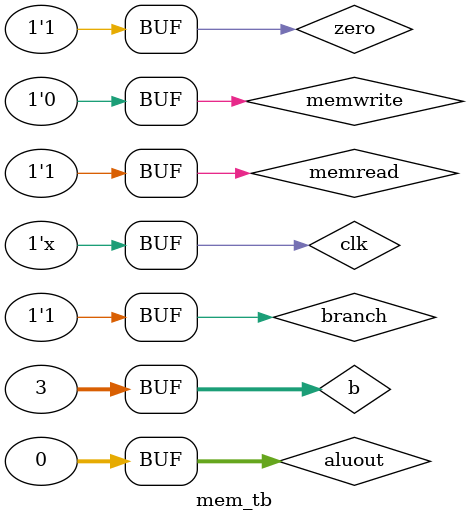
<source format=v>
module Mem_Stage
(
input clk,

input EXMEM_M_MemWrite,
input EXMEM_M_MemRead,
input EXMEM_M_Branch,
input EXEMEM_M_BranchNotEqual,

input EXMEM_zero,
input [31:0] EXMEM_ALUOut , 
input [31:0]EXMEM_B,
//newly added
input EXMEM_WB_MemToReg,
input EXMEM_WB_RegWrite,
input [4:0] EXMEM_Rt,

output MEMWB_WB_MemToReg,
output MEMWB_WB_RegWrite,
output [4:0] MemWB_Rt,
output [31:0] MemWB_ALUOut,
//--
output [31:0] MemWB_readData,
output PCSrc
);

/*initial
begin
  PCSrc = 0;
end*/
 //assign PCSrc = EXMEM_zero & EXMEM_M_Branch;
and b(b1,EXMEM_zero,EXMEM_M_Branch);
and bn(b2,~EXMEM_zero,EXEMEM_M_BranchNotEqual);
or(PCSrc,b1,b2);

Data_Memory dm(.clk(clk),.addr(EXMEM_ALUOut),.rd_en(EXMEM_M_MemRead),.out(MemWB_readData),.wr_en(EXMEM_M_MemWrite),.wr_data(EXMEM_B));

assign MEMWB_WB_MemToReg = EXMEM_WB_MemToReg;
assign MEMWB_WB_RegWrite = EXMEM_WB_RegWrite;
assign MemWB_Rt = EXMEM_Rt;
assign MemWB_ALUOut = EXMEM_ALUOut;

endmodule

module mem_tb();
  reg clk;
  reg memwrite;
  reg memread;
  reg branch;
  reg zero;
  reg [31:0]aluout;
  reg [31:0] b;
  wire pcsrc;
  wire [31:0]readdata;
  Mem_Stage ms(.clk(clk),.EXMEM_M_MemWrite(memwrite),.EXMEM_M_MemRead(memread),
.EXMEM_M_Branch(branch),.EXMEM_zero(zero),.EXMEM_ALUOut(aluout) , .EXMEM_B(b),
.MemWB_readData(readdata),.PCSrc(pcsrc));
  
  always #30 clk = ~clk;
  
  initial
     begin
       clk = 0;
 memread = 0;
 memwrite = 1;
 branch = 0;
 zero = 1;
 aluout = 0;
 b = 32'b0011;
 
 #70 begin
 memread = 1;
 memwrite = 0;
 branch = 1;
end     
     end
endmodule
</source>
